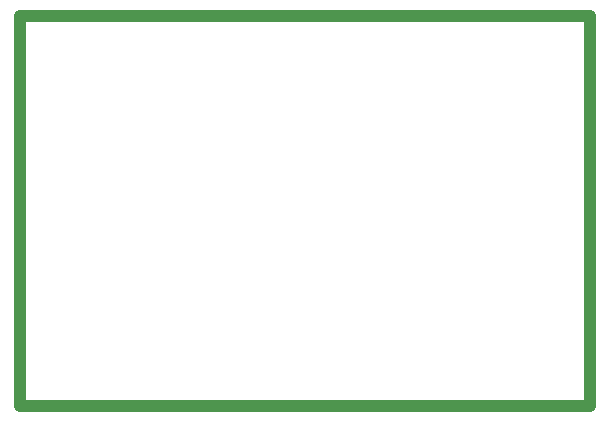
<source format=gbr>
%TF.GenerationSoftware,KiCad,Pcbnew,(6.0.9)*%
%TF.CreationDate,2024-03-03T13:04:41-05:00*%
%TF.ProjectId,nand-test,6e616e64-2d74-4657-9374-2e6b69636164,v01*%
%TF.SameCoordinates,PX4d83c00PY354a940*%
%TF.FileFunction,Profile,NP*%
%FSLAX46Y46*%
G04 Gerber Fmt 4.6, Leading zero omitted, Abs format (unit mm)*
G04 Created by KiCad (PCBNEW (6.0.9)) date 2024-03-03 13:04:41*
%MOMM*%
%LPD*%
G01*
G04 APERTURE LIST*
%TA.AperFunction,Profile*%
%ADD10C,1.000000*%
%TD*%
G04 APERTURE END LIST*
D10*
X0Y0D02*
X48260000Y0D01*
X48260000Y0D02*
X48260000Y-33020000D01*
X48260000Y-33020000D02*
X0Y-33020000D01*
X0Y-33020000D02*
X0Y0D01*
M02*

</source>
